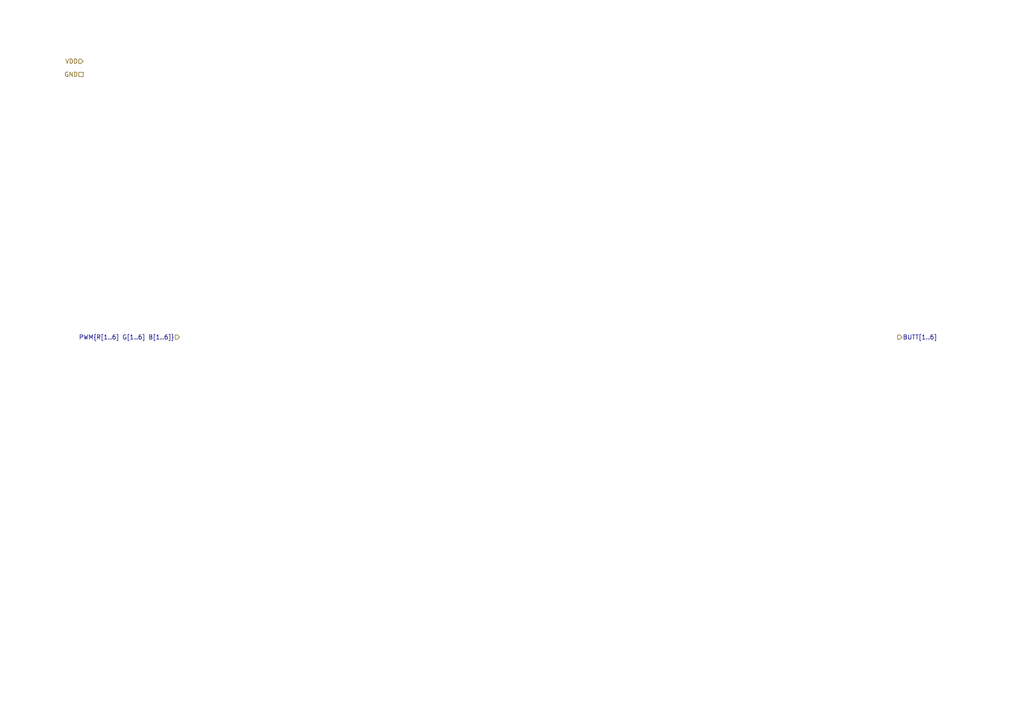
<source format=kicad_sch>
(kicad_sch
	(version 20250114)
	(generator "eeschema")
	(generator_version "9.0")
	(uuid "ff77da89-3322-4536-9bf1-bc0c22cc4de0")
	(paper "A4")
	(lib_symbols)
	(hierarchical_label "GND"
		(shape passive)
		(at 24.13 21.59 180)
		(effects
			(font
				(size 1.27 1.27)
			)
			(justify right)
		)
		(uuid "0b24cd9a-92d3-4620-860c-dbcf6c3bdd85")
	)
	(hierarchical_label "VDD"
		(shape input)
		(at 24.13 17.78 180)
		(effects
			(font
				(size 1.27 1.27)
			)
			(justify right)
		)
		(uuid "10f2c79a-0db7-4efa-a8ba-a1e9c4707ad0")
	)
	(hierarchical_label "PWM{R[1..6] G[1..6] B[1..6]}"
		(shape input)
		(at 52.07 97.79 180)
		(effects
			(font
				(size 1.27 1.27)
			)
			(justify right)
		)
		(uuid "4f545192-869a-45ec-a5fe-39d903ec3097")
	)
	(hierarchical_label "BUTT[1..6]"
		(shape output)
		(at 260.35 97.79 0)
		(effects
			(font
				(size 1.27 1.27)
			)
			(justify left)
		)
		(uuid "5a9c9837-d6ba-4d35-99bb-9018775c6919")
	)
)

</source>
